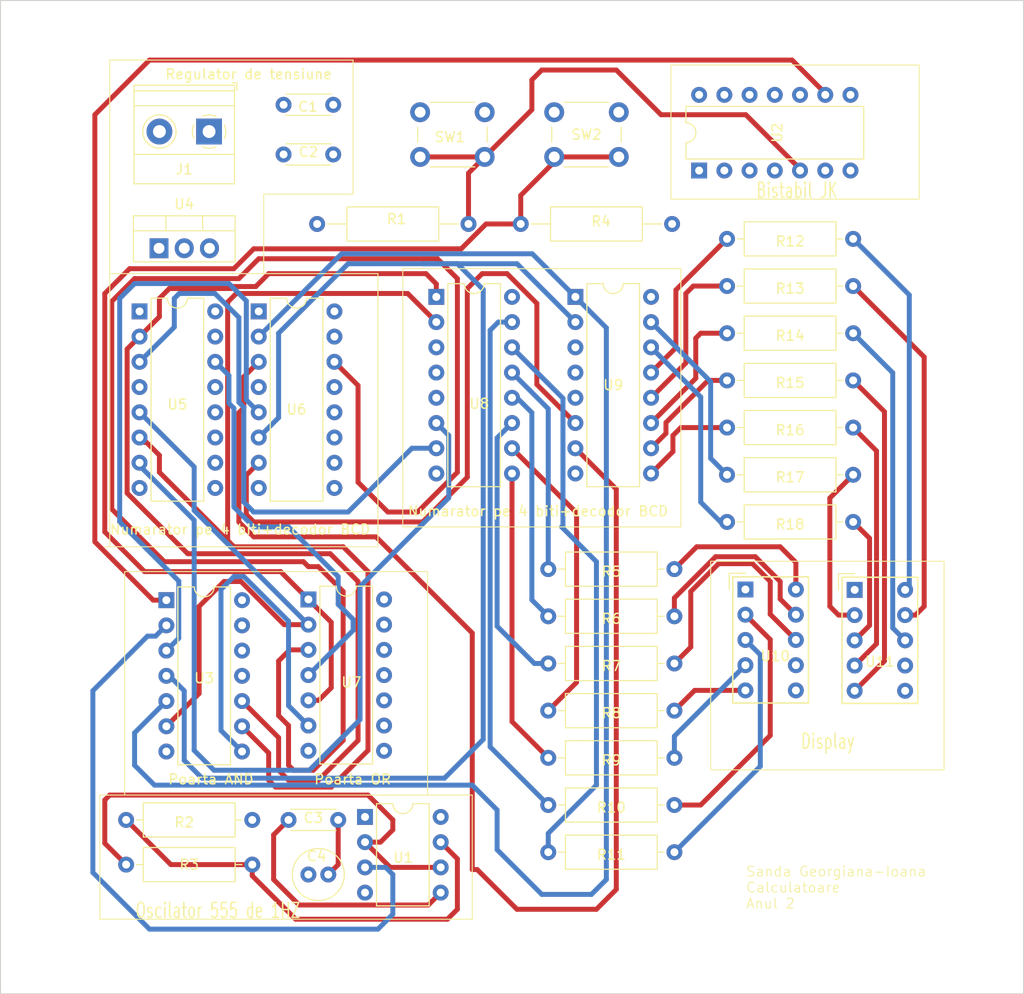
<source format=kicad_pcb>
(kicad_pcb (version 20240108) (generator "pcbnew") (generator_version "8.0")
  (layers (0 "F.Cu" signal) (1 "In1.Cu" power "VCC.Cu") (2 "In2.Cu" power "GND.Cu") (31 "B.Cu" signal) (34 "B.Paste" user) (35 "F.Paste" user) (36 "B.SilkS" user "B.Silkscreen") (37 "F.SilkS" user "F.Silkscreen") (38 "B.Mask" user) (39 "F.Mask" user) (44 "Edge.Cuts" user))
  (net 0 "")
  (net 1 "Net-(J1-Pin_1)")
  (net 2 "GND")
  (net 3 "+5V")
  (net 4 "Net-(C3-Pad2)")
  (net 5 "Net-(U1-CV)")
  (net 6 "Net-(U2A-C)")
  (net 7 "Net-(U1-DIS)")
  (net 8 "Net-(U1-THR)")
  (net 9 "Net-(R4-Pad1)")
  (net 10 "Net-(U8-Qg)")
  (net 11 "Net-(U10-G)")
  (net 12 "Net-(U8-Qa)")
  (net 13 "Net-(U10-A)")
  (net 14 "Net-(U10-B)")
  (net 15 "Net-(U8-Qb)")
  (net 16 "Net-(U8-Qc)")
  (net 17 "Net-(U10-C)")
  (net 18 "Net-(U10-D)")
  (net 19 "Net-(U8-Qd)")
  (net 20 "Net-(U10-E)")
  (net 21 "Net-(U8-Qe)")
  (net 22 "Net-(U10-F)")
  (net 23 "Net-(U8-Qf)")
  (net 24 "Net-(U11-A)")
  (net 25 "Net-(U9-Qa)")
  (net 26 "Net-(U9-Qb)")
  (net 27 "Net-(U11-B)")
  (net 28 "Net-(U11-C)")
  (net 29 "Net-(U9-Qc)")
  (net 30 "Net-(U11-D)")
  (net 31 "Net-(U9-Qd)")
  (net 32 "Net-(U9-Qe)")
  (net 33 "Net-(U11-E)")
  (net 34 "Net-(U9-Qf)")
  (net 35 "Net-(U11-F)")
  (net 36 "Net-(U11-G)")
  (net 37 "Net-(U9-Qg)")
  (net 38 "Net-(U1-Q)")
  (net 41 "Net-(U2A-Q)")
  (net 47 "Net-(U3-Pad8)")
  (net 48 "Net-(U6-QB)")
  (net 49 "Net-(U6-UP)")
  (net 51 "Net-(U5-QC)")
  (net 52 "Net-(U6-QC)")
  (net 53 "Net-(U5-QB)")
  (net 55 "Net-(U5-UP)")
  (net 57 "Net-(U5-QD)")
  (net 60 "Net-(U5-CLR)")
  (net 64 "Net-(U5-QA)")
  (net 68 "Net-(U6-CLR)")
  (net 71 "Net-(U6-QA)")
  (net 74 "Net-(U6-QD)")
  (footprint "Capacitor_THT:C_Disc_D4.3mm_W1.9mm_P5.00mm" (layer "F.Cu") (at 156.5 42.5)
    (property "Reference" "C1")
    (property "Value" "100n")
  )
  (footprint "Package_DIP:DIP-16_W7.62mm" (layer "F.Cu") (at 142 63.3)
    (property "Reference" "U5")
    (property "Value" "74LS193")
  )
  (footprint "Resistor_THT:R_Axial_DIN0309_L9.0mm_D3.2mm_P12.70mm_Horizontal" (layer "F.Cu") (at 201.15 84.5)
    (property "Reference" "R18")
    (property "Value" "300")
  )
  (footprint "Package_DIP:DIP-16_W7.62mm" (layer "F.Cu") (at 171.88 61.84)
    (property "Reference" "U8")
    (property "Value" "4511")
  )
  (footprint "Resistor_THT:R_Axial_DIN0309_L9.0mm_D3.2mm_P12.70mm_Horizontal" (layer "F.Cu") (at 201.15 65.5)
    (property "Reference" "R14")
    (property "Value" "300")
  )
  (footprint "Resistor_THT:R_Axial_DIN0309_L9.0mm_D3.2mm_P12.70mm_Horizontal" (layer "F.Cu") (at 183.15 89.25)
    (property "Reference" "R5")
    (property "Value" "300")
  )
  (footprint "Resistor_THT:R_Axial_DIN0309_L9.0mm_D3.2mm_P12.70mm_Horizontal" (layer "F.Cu") (at 183.15 103.5)
    (property "Reference" "R8")
    (property "Value" "300")
  )
  (footprint "Resistor_THT:R_Axial_DIN0309_L9.0mm_D3.2mm_P12.70mm_Horizontal" (layer "F.Cu") (at 201.15 60.75)
    (property "Reference" "R13")
    (property "Value" "300")
  )
  (footprint "Resistor_THT:R_Axial_DIN0309_L9.0mm_D3.2mm_P12.70mm_Horizontal" (layer "F.Cu") (at 183.15 94)
    (property "Reference" "R6")
    (property "Value" "300")
  )
  (footprint "Capacitor_THT:C_Radial_D5.0mm_H11.0mm_P2.00mm" (layer "F.Cu") (at 159 120)
    (property "Reference" "C4")
    (property "Value" "47u")
  )
  (footprint "Button_Switch_THT:SW_PUSH_6mm" (layer "F.Cu") (at 170.25 43.25)
    (property "Reference" "SW1")
    (property "Value" "SW_start/stop")
  )
  (footprint "Package_DIP:DIP-16_W7.62mm" (layer "F.Cu") (at 154 63.3)
    (property "Reference" "U6")
    (property "Value" "74LS193")
  )
  (footprint "Resistor_THT:R_Axial_DIN0309_L9.0mm_D3.2mm_P12.70mm_Horizontal" (layer "F.Cu") (at 201.15 70.25)
    (property "Reference" "R15")
    (property "Value" "300")
  )
  (footprint "Resistor_THT:R_Axial_DIN0309_L9.0mm_D3.2mm_P15.24mm_Horizontal" (layer "F.Cu") (at 159.88 54.5)
    (property "Reference" "R1")
    (property "Value" "1k")
  )
  (footprint "Display_7Segment:HDSP-7401" (layer "F.Cu") (at 214 91.34)
    (property "Reference" "U11")
    (property "Value" "HDSP-7403")
  )
  (footprint "Resistor_THT:R_Axial_DIN0309_L9.0mm_D3.2mm_P12.70mm_Horizontal" (layer "F.Cu") (at 183.15 113)
    (property "Reference" "R10")
    (property "Value" "300")
  )
  (footprint "Package_DIP:DIP-16_W7.62mm" (layer "F.Cu") (at 185.88 61.84)
    (property "Reference" "U9")
    (property "Value" "4511")
  )
  (footprint "Package_DIP:DIP-14_W7.62mm" (layer "F.Cu") (at 144.7 92.375)
    (property "Reference" "U3")
    (property "Value" "74LS08")
  )
  (footprint "Resistor_THT:R_Axial_DIN0309_L9.0mm_D3.2mm_P12.70mm_Horizontal" (layer "F.Cu") (at 183.15 117.75)
    (property "Reference" "R11")
    (property "Value" "300")
  )
  (footprint "Package_DIP:DIP-14_W7.62mm" (layer "F.Cu") (at 159 92.3)
    (property "Reference" "U7")
    (property "Value" "4071")
  )
  (footprint "Capacitor_THT:C_Disc_D4.3mm_W1.9mm_P5.00mm" (layer "F.Cu") (at 157 114.5)
    (property "Reference" "C3")
    (property "Value" "10n")
  )
  (footprint "Resistor_THT:R_Axial_DIN0309_L9.0mm_D3.2mm_P15.24mm_Horizontal" (layer "F.Cu") (at 180.38 54.5)
    (property "Reference" "R4")
    (property "Value" "1k")
  )
  (footprint "Resistor_THT:R_Axial_DIN0309_L9.0mm_D3.2mm_P12.70mm_Horizontal" (layer "F.Cu") (at 201.15 56)
    (property "Reference" "R12")
    (property "Value" "300")
  )
  (footprint "Resistor_THT:R_Axial_DIN0309_L9.0mm_D3.2mm_P12.70mm_Horizontal" (layer "F.Cu") (at 140.65 119)
    (property "Reference" "R3")
    (property "Value" "12k")
  )
  (footprint "Package_DIP:DIP-14_W7.62mm" (layer "F.Cu") (at 198.34 49.12 90)
    (property "Reference" "U2")
    (property "Value" "74LS73")
  )
  (footprint "Resistor_THT:R_Axial_DIN0309_L9.0mm_D3.2mm_P12.70mm_Horizontal" (layer "F.Cu") (at 201.15 79.75)
    (property "Reference" "R17")
    (property "Value" "300")
  )
  (footprint "Button_Switch_THT:SW_PUSH_6mm" (layer "F.Cu") (at 183.75 43.25)
    (property "Reference" "SW2")
    (property "Value" "SW_reset")
  )
  (footprint "TerminalBlock_Phoenix:TerminalBlock_Phoenix_MKDS-1,5-2_1x02_P5.00mm_Horizontal" (layer "F.Cu") (at 149 45.195 180)
    (property "Reference" "J1")
    (property "Value" "Screw_Terminal_01x02")
  )
  (footprint "Resistor_THT:R_Axial_DIN0309_L9.0mm_D3.2mm_P12.70mm_Horizontal" (layer "F.Cu") (at 183.15 108.25)
    (property "Reference" "R9")
    (property "Value" "300")
  )
  (footprint "Package_TO_SOT_THT:TO-220-3_Vertical" (layer "F.Cu") (at 143.96 56.945)
    (property "Reference" "U4")
    (property "Value" "L7805")
  )
  (footprint "Resistor_THT:R_Axial_DIN0309_L9.0mm_D3.2mm_P12.70mm_Horizontal" (layer "F.Cu") (at 140.65 114.5)
    (property "Reference" "R2")
    (property "Value" "10k")
  )
  (footprint "Capacitor_THT:C_Disc_D4.3mm_W1.9mm_P5.00mm" (layer "F.Cu") (at 156.5 47.5)
    (property "Reference" "C2")
    (property "Value" "100n")
  )
  (footprint "Display_7Segment:HDSP-7401" (layer "F.Cu") (at 203 91.3)
    (property "Reference" "U10")
    (property "Value" "HDSP-7403")
  )
  (footprint "Resistor_THT:R_Axial_DIN0309_L9.0mm_D3.2mm_P12.70mm_Horizontal" (layer "F.Cu") (at 183.15 98.75)
    (property "Reference" "R7")
    (property "Value" "300")
  )
  (footprint "Package_DIP:DIP-8_W7.62mm" (layer "F.Cu") (at 164.7 114.2)
    (property "Reference" "U1")
    (property "Value" "NE555D")
  )
  (footprint "Resistor_THT:R_Axial_DIN0309_L9.0mm_D3.2mm_P12.70mm_Horizontal" (layer "F.Cu") (at 201.15 75)
    (property "Reference" "R16")
    (property "Value" "300")
  )
  (gr_rect (start 168.5 59) (end 196.5 85) (stroke (width 0.1)) (fill none) (layer "F.SilkS"))
  (gr_line (start 163.5 38) (end 163.5 51.5) (stroke (width 0.1)) (layer "F.SilkS"))
  (gr_line (start 139 87) (end 139 59.5) (stroke (width 0.1)) (layer "F.SilkS"))
  (gr_line (start 164.5 59.5) (end 166 59.5) (stroke (width 0.1)) (layer "F.SilkS"))
  (gr_line (start 138 112) (end 138 124.5) (stroke (width 0.1)) (layer "F.SilkS"))
  (gr_rect (start 195.5 38.5) (end 220.5 52) (stroke (width 0.1)) (fill none) (layer "F.SilkS"))
  (gr_line (start 138 124.5) (end 175.5 124.5) (stroke (width 0.1)) (layer "F.SilkS"))
  (gr_rect (start 199.5 88.46) (end 223 109.46) (stroke (width 0.1)) (fill none) (layer "F.SilkS"))
  (gr_line (start 154.5 51.5) (end 154.5 59.5) (stroke (width 0.1)) (layer "F.SilkS"))
  (gr_line (start 154.5 59.5) (end 139 59.5) (stroke (width 0.1)) (layer "F.SilkS"))
  (gr_line (start 139 38) (end 139.5 38) (stroke (width 0.1)) (layer "F.SilkS"))
  (gr_line (start 139 59.5) (end 139 38) (stroke (width 0.1)) (layer "F.SilkS"))
  (gr_rect (start 140.5 89.5) (end 171 112) (stroke (width 0.1)) (fill none) (layer "F.SilkS"))
  (gr_line (start 163.5 51.5) (end 154.5 51.5) (stroke (width 0.1)) (layer "F.SilkS"))
  (gr_line (start 154.5 59.5) (end 164.5 59.5) (stroke (width 0.1)) (layer "F.SilkS"))
  (gr_line (start 140.5 112) (end 138 112) (stroke (width 0.1)) (layer "F.SilkS"))
  (gr_line (start 166 59.5) (end 166 87) (stroke (width 0.1)) (layer "F.SilkS"))
  (gr_line (start 175.5 112) (end 171 112) (stroke (width 0.1)) (layer "F.SilkS"))
  (gr_line (start 139.5 38) (end 163.5 38) (stroke (width 0.1)) (layer "F.SilkS"))
  (gr_line (start 166 87) (end 138.5 87) (stroke (width 0.1)) (layer "F.SilkS"))
  (gr_line (start 175.5 124.5) (end 175.5 112) (stroke (width 0.1)) (layer "F.SilkS"))
  (gr_rect (start 128 32) (end 231 132) (stroke (width 0.1)) (fill none) (layer "Edge.Cuts"))
  (gr_text "Oscilator 555 de 1HZ" (at 141.5 124.5 0) (layer "F.SilkS") (effects (font (size 1.5 1)) (justify left bottom)))
  (gr_text "Regulator de tensiune" (at 144.5 40 0) (layer "F.SilkS") (effects (font (size 1 1)) (justify left bottom)))
  (gr_text "Bistabil JK" (at 204 52 0) (layer "F.SilkS") (effects (font (size 1.5 1)) (justify left bottom)))
  (gr_text "Display" (at 208.5 107.46 0) (layer "F.SilkS") (effects (font (size 1.5 1)) (justify left bottom)))
  (gr_text "Poarta OR" (at 159.5 111 0) (layer "F.SilkS") (effects (font (size 1 1)) (justify left bottom)))
  (gr_text "Numarator pe 4 biti+decodor BCD" (at 138.93 85.845 0) (layer "F.SilkS") (effects (font (size 1 1)) (justify left bottom)))
  (gr_text "Poarta AND" (at 144.8 111 0) (layer "F.SilkS") (effects (font (size 1 1)) (justify left bottom)))
  (gr_text "Numarator pe 4 biti+decodor BCD" (at 168.93 84 0) (layer "F.SilkS") (effects (font (size 1 1)) (justify left bottom)))
  (gr_text "Sanda Georgiana-Ioana\nCalculatoare\nAnul 2\n" (at 203 123.5 0) (layer "F.SilkS") (effects (font (size 1 1) (thickness 0.1)) (justify left bottom)))
  (segment (start 162 114.5) (end 162 119) (width 0.5) (layer "F.Cu") (net 4))
  (segment (start 162 119) (end 161 120) (width 0.5) (layer "F.Cu") (net 4))
  (segment (start 171.07 123.07) (end 158.07 123.07) (width 0.5) (layer "F.Cu") (net 5))
  (segment (start 155.5 120.5) (end 155.5 116) (width 0.5) (layer "F.Cu") (net 5))
  (segment (start 155.5 116) (end 157 114.5) (width 0.5) (layer "F.Cu") (net 5))
  (segment (start 158.07 123.07) (end 155.5 120.5) (width 0.5) (layer "F.Cu") (net 5))
  (segment (start 172.32 121.82) (end 171.07 123.07) (width 0.5) (layer "F.Cu") (net 5))
  (segment (start 176.75 47.75) (end 181.5 43) (width 0.5) (layer "F.Cu") (net 6))
  (segment (start 190 39) (end 194.5 43.5) (width 0.5) (layer "F.Cu") (net 6))
  (segment (start 181.5 43) (end 181.5 40) (width 0.5) (layer "F.Cu") (net 6))
  (segment (start 182.5 39) (end 190 39) (width 0.5) (layer "F.Cu") (net 6))
  (segment (start 181.5 40) (end 182.5 39) (width 0.5) (layer "F.Cu") (net 6))
  (segment (start 176.75 47.75) (end 175.12 49.38) (width 0.5) (layer "F.Cu") (net 6))
  (segment (start 170.25 47.75) (end 176.75 47.75) (width 0.5) (layer "F.Cu") (net 6))
  (segment (start 203.04 43.5) (end 208.66 49.12) (width 0.5) (layer "F.Cu") (net 6))
  (segment (start 175.12 49.38) (end 175.12 54.5) (width 0.5) (layer "F.Cu") (net 6))
  (segment (start 194.5 43.5) (end 203.04 43.5) (width 0.5) (layer "F.Cu") (net 6))
  (segment (start 174 118.42) (end 174 123.5) (width 0.5) (layer "F.Cu") (net 7))
  (segment (start 173 124.5) (end 157.71863 124.5) (width 0.5) (layer "F.Cu") (net 7))
  (segment (start 157.71863 124.5) (end 153.35 120.13137) (width 0.5) (layer "F.Cu") (net 7))
  (segment (start 153.35 120.13137) (end 153.35 119) (width 0.5) (layer "F.Cu") (net 7))
  (segment (start 172.32 116.74) (end 174 118.42) (width 0.5) (layer "F.Cu") (net 7))
  (segment (start 145.15 119) (end 140.65 114.5) (width 0.5) (layer "F.Cu") (net 7))
  (segment (start 174 123.5) (end 173 124.5) (width 0.5) (layer "F.Cu") (net 7))
  (segment (start 153.35 119) (end 145.15 119) (width 0.5) (layer "F.Cu") (net 7))
  (segment (start 138.5 112.5) (end 138.5 116.85) (width 0.5) (layer "F.Cu") (net 8))
  (segment (start 138.5 116.85) (end 140.65 119) (width 0.5) (layer "F.Cu") (net 8))
  (segment (start 166.26 116.74) (end 167.5 115.5) (width 0.5) (layer "F.Cu") (net 8))
  (segment (start 164.7 116.74) (end 166.26 116.74) (width 0.5) (layer "F.Cu") (net 8))
  (segment (start 167.5 114.5) (end 165 112) (width 0.5) (layer "F.Cu") (net 8))
  (segment (start 172.32 119.28) (end 167.24 119.28) (width 0.5) (layer "F.Cu") (net 8))
  (segment (start 167.24 119.28) (end 164.7 116.74) (width 0.5) (layer "F.Cu") (net 8))
  (segment (start 165 112) (end 139 112) (width 0.5) (layer "F.Cu") (net 8))
  (segment (start 167.5 115.5) (end 167.5 114.5) (width 0.5) (layer "F.Cu") (net 8))
  (segment (start 139 112) (end 138.5 112.5) (width 0.5) (layer "F.Cu") (net 8))
  (segment (start 176.887767 54.5) (end 174.387767 57) (width 0.5) (layer "F.Cu") (net 9))
  (segment (start 142.5 89.5) (end 156.2 89.5) (width 0.5) (layer "F.Cu") (net 9))
  (segment (start 156.2 89.5) (end 159 92.3) (width 0.5) (layer "F.Cu") (net 9))
  (segment (start 183.75 48.25) (end 180.38 51.62) (width 0.5) (layer "F.Cu") (net 9))
  (segment (start 151.5 59) (end 141 59) (width 0.5) (layer "F.Cu") (net 9))
  (segment (start 138.5 61.5) (end 138.5 85.5) (width 0.5) (layer "F.Cu") (net 9))
  (segment (start 161.3 94.6) (end 161.3 101.2) (width 0.5) (layer "F.Cu") (net 9))
  (segment (start 180.38 54.5) (end 176.887767 54.5) (width 0.5) (layer "F.Cu") (net 9))
  (segment (start 159 92.3) (end 161.3 94.6) (width 0.5) (layer "F.Cu") (net 9))
  (segment (start 174.387767 57) (end 153.5 57) (width 0.5) (layer "F.Cu") (net 9))
  (segment (start 183.75 47.75) (end 183.75 48.25) (width 0.5) (layer "F.Cu") (net 9))
  (segment (start 180.38 51.62) (end 180.38 54.5) (width 0.5) (layer "F.Cu") (net 9))
  (segment (start 138.5 85.5) (end 142.5 89.5) (width 0.5) (layer "F.Cu") (net 9))
  (segment (start 183.75 47.75) (end 190.25 47.75) (width 0.5) (layer "F.Cu") (net 9))
  (segment (start 141 59) (end 138.5 61.5) (width 0.5) (layer "F.Cu") (net 9))
  (segment (start 153.5 57) (end 151.5 59) (width 0.5) (layer "F.Cu") (net 9))
  (segment (start 160.04 102.46) (end 159 102.46) (width 0.5) (layer "F.Cu") (net 9))
  (segment (start 161.3 101.2) (end 160.04 102.46) (width 0.5) (layer "F.Cu") (net 9))
  (segment (start 188 88.5) (end 188 111) (width 0.5) (layer "B.Cu") (net 10))
  (segment (start 184.63 72.05) (end 184.63 84.87) (width 0.5) (layer "B.Cu") (net 10))
  (segment (start 179.5 66.92) (end 184.63 72.05) (width 0.5) (layer "B.Cu") (net 10))
  (segment (start 184.5 85) (end 188 88.5) (width 0.5) (layer "B.Cu") (net 10))
  (segment (start 184.63 84.87) (end 184.5 85) (width 0.5) (layer "B.Cu") (net 10))
  (segment (start 188 111) (end 183.15 115.85) (width 0.5) (layer "B.Cu") (net 10))
  (segment (start 183.15 115.85) (end 183.15 117.75) (width 0.5) (layer "B.Cu") (net 10))
  (segment (start 204.5 97.88) (end 204.5 109.1) (width 0.5) (layer "B.Cu") (net 11))
  (segment (start 203 96.38) (end 204.5 97.88) (width 0.5) (layer "B.Cu") (net 11))
  (segment (start 204.5 109.1) (end 195.85 117.75) (width 0.5) (layer "B.Cu") (net 11))
  (segment (start 183.15 89.25) (end 183.15 73.11) (width 0.5) (layer "B.Cu") (net 12))
  (segment (start 183.15 73.11) (end 179.5 69.46) (width 0.5) (layer "B.Cu") (net 12))
  (segment (start 206.5 87) (end 198.1 87) (width 0.5) (layer "F.Cu") (net 13))
  (segment (start 208.08 88.58) (end 206.5 87) (width 0.5) (layer "F.Cu") (net 13))
  (segment (start 208.08 91.3) (end 208.08 88.58) (width 0.5) (layer "F.Cu") (net 13))
  (segment (start 198.1 87) (end 195.85 89.25) (width 0.5) (layer "F.Cu") (net 13))
  (segment (start 195.85 92.15) (end 195.85 94) (width 0.5) (layer "F.Cu") (net 14))
  (segment (start 206.5 90.5) (end 204 88) (width 0.5) (layer "F.Cu") (net 14))
  (segment (start 200 88) (end 195.85 92.15) (width 0.5) (layer "F.Cu") (net 14))
  (segment (start 208.08 93.84) (end 206.5 92.26) (width 0.5) (layer "F.Cu") (net 14))
  (segment (start 204 88) (end 200 88) (width 0.5) (layer "F.Cu") (net 14))
  (segment (start 206.5 92.26) (end 206.5 90.5) (width 0.5) (layer "F.Cu") (net 14))
  (segment (start 181.5 73.5) (end 180 72) (width 0.5) (layer "B.Cu") (net 15))
  (segment (start 180 72) (end 179.5 72) (width 0.5) (layer "B.Cu") (net 15))
  (segment (start 183.15 94) (end 181.5 92.35) (width 0.5) (layer "B.Cu") (net 15))
  (segment (start 181.5 73.5) (end 181.5 92.35) (width 0.5) (layer "B.Cu") (net 15))
  (segment (start 178 76.04) (end 178 95) (width 0.5) (layer "B.Cu") (net 16))
  (segment (start 181.75 98.75) (end 183.15 98.75) (width 0.5) (layer "B.Cu") (net 16))
  (segment (start 179.5 74.54) (end 178 76.04) (width 0.5) (layer "B.Cu") (net 16))
  (segment (start 178 95) (end 181.75 98.75) (width 0.5) (layer "B.Cu") (net 16))
  (segment (start 200.3 88.7) (end 197.5 91.5) (width 0.5) (layer "F.Cu") (net 17))
  (segment (start 205.5 93.8) (end 205.5 90.48995) (width 0.5) (layer "F.Cu") (net 17))
  (segment (start 205.5 90.48995) (end 203.71005 88.7) (width 0.5) (layer "F.Cu") (net 17))
  (segment (start 203.71005 88.7) (end 200.3 88.7) (width 0.5) (layer "F.Cu") (net 17))
  (segment (start 197.5 91.5) (end 197.5 97.1) (width 0.5) (layer "F.Cu") (net 17))
  (segment (start 208.08 96.38) (end 205.5 93.8) (width 0.5) (layer "F.Cu") (net 17))
  (segment (start 197.5 97.1) (end 195.85 98.75) (width 0.5) (layer "F.Cu") (net 17))
  (segment (start 203 101.46) (end 197.89 101.46) (width 0.5) (layer "F.Cu") (net 18))
  (segment (start 197.89 101.46) (end 195.85 103.5) (width 0.5) (layer "F.Cu") (net 18))
  (segment (start 179.5 77.08) (end 186 83.58) (width 0.5) (layer "F.Cu") (net 19))
  (segment (start 186 100.65) (end 183.15 103.5) (width 0.5) (layer "F.Cu") (net 19))
  (segment (start 186 83.58) (end 186 100.65) (width 0.5) (layer "F.Cu") (net 19))
  (segment (start 203 98.92) (end 195.85 106.07) (width 0.5) (layer "B.Cu") (net 20))
  (segment (start 195.85 106.07) (end 195.85 108.25) (width 0.5) (layer "B.Cu") (net 20))
  (segment (start 179.5 79.62) (end 179.5 104.6) (width 0.5) (layer "F.Cu") (net 21))
  (segment (start 179.5 104.6) (end 183.15 108.25) (width 0.5) (layer "F.Cu") (net 21))
  (segment (start 205.5 96.34) (end 205.5 106) (width 0.5) (layer "F.Cu") (net 22))
  (segment (start 203 93.84) (end 205.5 96.34) (width 0.5) (layer "F.Cu") (net 22))
  (segment (start 198.5 113) (end 195.85 113) (width 0.5) (layer "F.Cu") (net 22))
  (segment (start 205.5 106) (end 198.5 113) (width 0.5) (layer "F.Cu") (net 22))
  (segment (start 177.3 107.15) (end 183.15 113) (width 0.5) (layer "B.Cu") (net 23))
  (segment (start 177.3 65.2) (end 177.3 107.15) (width 0.5) (layer "B.Cu") (net 23))
  (segment (start 179.5 64.38) (end 178.12 64.38) (width 0.5) (layer "B.Cu") (net 23))
  (segment (start 178.12 64.38) (end 177.3 65.2) (width 0.5) (layer "B.Cu") (net 23))
  (segment (start 219.5 90.92) (end 219.08 91.34) (width 0.5) (layer "B.Cu") (net 24))
  (segment (start 213.85 56) (end 219.5 61.65) (width 0.5) (layer "B.Cu") (net 24))
  (segment (start 219.5 61.65) (end 219.5 90.92) (width 0.5) (layer "B.Cu") (net 24))
  (segment (start 196 61.15) (end 196 66.96) (width 0.5) (layer "F.Cu") (net 25))
  (segment (start 196 66.96) (end 193.5 69.46) (width 0.5) (layer "F.Cu") (net 25))
  (segment (start 201.15 56) (end 196 61.15) (width 0.5) (layer "F.Cu") (net 25))
  (segment (start 197.75 60.75) (end 197 61.5) (width 0.5) (layer "F.Cu") (net 26))
  (segment (start 197 68.5) (end 193.5 72) (width 0.5) (layer "F.Cu") (net 26))
  (segment (start 201.15 60.75) (end 197.75 60.75) (width 0.5) (layer "F.Cu") (net 26))
  (segment (start 197 61.5) (end 197 68.5) (width 0.5) (layer "F.Cu") (net 26))
  (segment (start 221 93) (end 220.12 93.88) (width 0.5) (layer "F.Cu") (net 27))
  (segment (start 213.85 60.75) (end 221 67.9) (width 0.5) (layer "F.Cu") (net 27))
  (segment (start 221 67.9) (end 221 93) (width 0.5) (layer "F.Cu") (net 27))
  (segment (start 220.12 93.88) (end 219.08 93.88) (width 0.5) (layer "F.Cu") (net 27))
  (segment (start 217.83 69.48) (end 217.83 95.17) (width 0.5) (layer "B.Cu") (net 28))
  (segment (start 217.83 95.17) (end 219.08 96.42) (width 0.5) (layer "B.Cu") (net 28))
  (segment (start 213.85 65.5) (end 217.83 69.48) (width 0.5) (layer "B.Cu") (net 28))
  (segment (start 198 66) (end 198 70.04) (width 0.5) (layer "F.Cu") (net 29))
  (segment (start 201.15 65.5) (end 198.5 65.5) (width 0.5) (layer "F.Cu") (net 29))
  (segment (start 198.5 65.5) (end 198 66) (width 0.5) (layer "F.Cu") (net 29))
  (segment (start 198 70.04) (end 193.5 74.54) (width 0.5) (layer "F.Cu") (net 29))
  (segment (start 217 73.4) (end 217 98.5) (width 0.5) (layer "F.Cu") (net 30))
  (segment (start 217 98.5) (end 214 101.5) (width 0.5) (layer "F.Cu") (net 30))
  (segment (start 213.85 70.25) (end 217 73.4) (width 0.5) (layer "F.Cu") (net 30))
  (segment (start 195 74.5) (end 195 75.58) (width 0.5) (layer "F.Cu") (net 31))
  (segment (start 201.15 70.25) (end 199.25 70.25) (width 0.5) (layer "F.Cu") (net 31))
  (segment (start 199.25 70.25) (end 195 74.5) (width 0.5) (layer "F.Cu") (net 31))
  (segment (start 195 75.58) (end 193.5 77.08) (width 0.5) (layer "F.Cu") (net 31))
  (segment (start 195.7 77.42) (end 193.5 79.62) (width 0.5) (layer "F.Cu") (net 32))
  (segment (start 195.7 75.8) (end 195.7 77.42) (width 0.5) (layer "F.Cu") (net 32))
  (segment (start 201.15 75) (end 196.5 75) (width 0.5) (layer "F.Cu") (net 32))
  (segment (start 196.5 75) (end 195.7 75.8) (width 0.5) (layer "F.Cu") (net 32))
  (segment (start 216.2 77.35) (end 216.2 96.76) (width 0.5) (layer "F.Cu") (net 33))
  (segment (start 216.2 96.76) (end 214 98.96) (width 0.5) (layer "F.Cu") (net 33))
  (segment (start 213.85 75) (end 216.2 77.35) (width 0.5) (layer "F.Cu") (net 33))
  (segment (start 193.5 64.38) (end 199.5 70.38) (width 0.5) (layer "B.Cu") (net 34))
  (segment (start 199.5 70.38) (end 199.5 78.1) (width 0.5) (layer "B.Cu") (net 34))
  (segment (start 199.5 78.1) (end 201.15 79.75) (width 0.5) (layer "B.Cu") (net 34))
  (segment (start 213.85 79.75) (end 211.5 82.1) (width 0.5) (layer "F.Cu") (net 35))
  (segment (start 212.38 93.88) (end 214 93.88) (width 0.5) (layer "F.Cu") (net 35))
  (segment (start 211.5 82.1) (end 211.5 93) (width 0.5) (layer "F.Cu") (net 35))
  (segment (start 211.5 93) (end 212.38 93.88) (width 0.5) (layer "F.Cu") (net 35))
  (segment (start 213.85 84.5) (end 215.5 86.15) (width 0.5) (layer "F.Cu") (net 36))
  (segment (start 215.5 86.15) (end 215.5 94.92) (width 0.5) (layer "F.Cu") (net 36))
  (segment (start 215.5 94.92) (end 214 96.42) (width 0.5) (layer "F.Cu") (net 36))
  (segment (start 198.5 71.92) (end 198.5 82.5) (width 0.5) (layer "B.Cu") (net 37))
  (segment (start 200.5 84.5) (end 201.15 84.5) (width 0.5) (layer "B.Cu") (net 37))
  (segment (start 198.5 82.5) (end 200.5 84.5) (width 0.5) (layer "B.Cu") (net 37))
  (segment (start 193.5 66.92) (end 198.5 71.92) (width 0.5) (layer "B.Cu") (net 37))
  (segment (start 143 125.5) (end 137.3 119.8) (width 0.5) (layer "B.Cu") (net 38))
  (segment (start 164.7 119.28) (end 166.78 119.28) (width 0.5) (layer "B.Cu") (net 38))
  (segment (start 167.5 120) (end 167.5 124) (width 0.5) (layer "B.Cu") (net 38))
  (segment (start 137.3 101.5) (end 142.8 96) (width 0.5) (layer "B.Cu") (net 38))
  (segment (start 143.615 96) (end 144.7 94.915) (width 0.5) (layer "B.Cu") (net 38))
  (segment (start 166 125.5) (end 143 125.5) (width 0.5) (layer "B.Cu") (net 38))
  (segment (start 167.5 124) (end 166 125.5) (width 0.5) (layer "B.Cu") (net 38))
  (segment (start 166.78 119.28) (end 167.5 120) (width 0.5) (layer "B.Cu") (net 38))
  (segment (start 142.8 96) (end 143.615 96) (width 0.5) (layer "B.Cu") (net 38))
  (segment (start 137.3 119.8) (end 137.3 101.5) (width 0.5) (layer "B.Cu") (net 38))
  (segment (start 137.5 86.5) (end 143.375 92.375) (width 0.5) (layer "F.Cu") (net 41))
  (segment (start 137.5 43.5) (end 137.5 86.5) (width 0.5) (layer "F.Cu") (net 41))
  (segment (start 143 38) (end 137.5 43.5) (width 0.5) (layer "F.Cu") (net 41))
  (segment (start 143.375 92.375) (end 144.7 92.375) (width 0.5) (layer "F.Cu") (net 41))
  (segment (start 207.7 38) (end 143 38) (width 0.5) (layer "F.Cu") (net 41))
  (segment (start 211.2 41.5) (end 207.7 38) (width 0.5) (layer "F.Cu") (net 41))
  (segment (start 152.5 90) (end 157 94.5) (width 0.5) (layer "B.Cu") (net 47))
  (segment (start 150.2 105.495) (end 150.2 91.3) (width 0.5) (layer "B.Cu") (net 47))
  (segment (start 157 94.5) (end 157 103) (width 0.5) (layer "B.Cu") (net 47))
  (segment (start 157 103) (end 159 105) (width 0.5) (layer "B.Cu") (net 47))
  (segment (start 151.5 90) (end 152.5 90) (width 0.5) (layer "B.Cu") (net 47))
  (segment (start 152.32 107.615) (end 150.2 105.495) (width 0.5) (layer "B.Cu") (net 47))
  (segment (start 150.2 91.3) (end 151.5 90) (width 0.5) (layer "B.Cu") (net 47))
  (segment (start 141.5 109) (end 143.5 111) (width 0.5) (layer "B.Cu") (net 48))
  (segment (start 175.5 111) (end 178 113.5) (width 0.5) (layer "B.Cu") (net 48))
  (segment (start 185.88 61.84) (end 181.54 57.5) (width 0.5) (layer "B.Cu") (net 48))
  (segment (start 189 120.5) (end 189 64.96) (width 0.5) (layer "B.Cu") (net 48))
  (segment (start 178 117.5) (end 182.5 122) (width 0.5) (layer "B.Cu") (net 48))
  (segment (start 144.7 102.535) (end 141.5 105.735) (width 0.5) (layer "B.Cu") (net 48))
  (segment (start 187.5 122) (end 189 120.5) (width 0.5) (layer "B.Cu") (net 48))
  (segment (start 189 64.96) (end 185.88 61.84) (width 0.5) (layer "B.Cu") (net 48))
  (segment (start 162.34 57.5) (end 154 65.84) (width 0.5) (layer "B.Cu") (net 48))
  (segment (start 178 113.5) (end 178 117.5) (width 0.5) (layer "B.Cu") (net 48))
  (segment (start 143.5 111) (end 175.5 111) (width 0.5) (layer "B.Cu") (net 48))
  (segment (start 182.5 122) (end 187.5 122) (width 0.5) (layer "B.Cu") (net 48))
  (segment (start 181.54 57.5) (end 162.34 57.5) (width 0.5) (layer "B.Cu") (net 48))
  (segment (start 141.5 105.735) (end 141.5 109) (width 0.5) (layer "B.Cu") (net 48))
  (segment (start 144.7 97.455) (end 145.95 96.205) (width 0.5) (layer "B.Cu") (net 49))
  (segment (start 152.75 62.25) (end 152.75 72.21) (width 0.5) (layer "B.Cu") (net 49))
  (segment (start 140 84.5) (end 140 62) (width 0.5) (layer "B.Cu") (net 49))
  (segment (start 152.75 72.21) (end 154 73.46) (width 0.5) (layer "B.Cu") (net 49))
  (segment (start 145.95 96.205) (end 145.95 90.45) (width 0.5) (layer "B.Cu") (net 49))
  (segment (start 145.95 90.45) (end 140 84.5) (width 0.5) (layer "B.Cu") (net 49))
  (segment (start 140 62) (end 141.5 60.5) (width 0.5) (layer "B.Cu") (net 49))
  (segment (start 141.5 60.5) (end 151 60.5) (width 0.5) (layer "B.Cu") (net 49))
  (segment (start 151 60.5) (end 152.75 62.25) (width 0.5) (layer "B.Cu") (net 49))
  (segment (start 155 107.755) (end 152.32 105.075) (width 0.5) (layer "F.Cu") (net 51))
  (segment (start 169 61.5) (end 151.74 61.5) (width 0.5) (layer "F.Cu") (net 51))
  (segment (start 171.88 64.38) (end 169 61.5) (width 0.5) (layer "F.Cu") (net 51))
  (segment (start 155 110.5) (end 155 107.755) (width 0.5) (layer "F.Cu") (net 51))
  (segment (start 151.74 61.5) (end 150.87 62.37) (width 0.5) (layer "F.Cu") (net 51))
  (segment (start 155.7 111.2) (end 155 110.5) (width 0.5) (layer "F.Cu") (net 51))
  (segment (start 144 79.5) (end 151 86.5) (width 0.5) (layer "F.Cu") (net 51))
  (segment (start 142.5 76.5) (end 142 76) (width 0.5) (layer "F.Cu") (net 51))
  (segment (start 162.5 87) (end 165 89.5) (width 0.5) (layer "F.Cu") (net 51))
  (segment (start 150.87 86.37) (end 151 86.5) (width 0.5) (layer "F.Cu") (net 51))
  (segment (start 142 76) (end 142.21 76) (width 0.5) (layer "F.Cu") (net 51))
  (segment (start 151 86.5) (end 151.5 87) (width 0.5) (layer "F.Cu") (net 51))
  (segment (start 144 77.79) (end 144 79.5) (width 0.5) (layer "F.Cu") (net 51))
  (segment (start 151.5 87) (end 162.5 87) (width 0.5) (layer "F.Cu") (net 51))
  (segment (start 161.3 111.2) (end 155.7 111.2) (width 0.5) (layer "F.Cu") (net 51))
  (segment (start 165 89.5) (end 165 107.5) (width 0.5) (layer "F.Cu") (net 51))
  (segment (start 150.87 62.37) (end 150.87 86.37) (width 0.5) (layer "F.Cu") (net 51))
  (segment (start 165 107.5) (end 161.3 111.2) (width 0.5) (layer "F.Cu") (net 51))
  (segment (start 142.21 76) (end 144 77.79) (width 0.5) (layer "F.Cu") (net 51))
  (segment (start 185.88 64.38) (end 180 58.5) (width 0.5) (layer "B.Cu") (net 52))
  (segment (start 170.5 58.5) (end 163 58.5) (width 0.5) (layer "B.Cu") (net 52))
  (segment (start 180 58.5) (end 170.5 58.5) (width 0.5) (layer "B.Cu") (net 52))
  (segment (start 144.995 99.995) (end 146.5 101.5) (width 0.5) (layer "B.Cu") (net 52))
  (segment (start 174 58.5) (end 170.5 58.5) (width 0.5) (layer "B.Cu") (net 52))
  (segment (start 146.5 101.5) (end 146.5 108.5) (width 0.5) (layer "B.Cu") (net 52))
  (segment (start 163 58.5) (end 156 65.5) (width 0.5) (layer "B.Cu") (net 52))
  (segment (start 176.6 106.4) (end 176.6 61.1) (width 0.5) (layer "B.Cu") (net 52))
  (segment (start 176.6 61.1) (end 174 58.5) (width 0.5) (layer "B.Cu") (net 52))
  (segment (start 148.3 110.3) (end 172.7 110.3) (width 0.5) (layer "B.Cu") (net 52))
  (segment (start 144.7 99.995) (end 144.995 99.995) (width 0.5) (layer "B.Cu") (net 52))
  (segment (start 156 65.5) (end 156 74) (width 0.5) (layer "B.Cu") (net 52))
  (segment (start 146.5 108.5) (end 148.3 110.3) (width 0.5) (layer "B.Cu") (net 52))
  (segment (start 172.7 110.3) (end 176.6 106.4) (width 0.5) (layer "B.Cu") (net 52))
  (segment (start 156 74) (end 154 76) (width 0.5) (layer "B.Cu") (net 52))
  (segment (start 140.75 81.597767) (end 146.852233 87.7) (width 0.5) (layer "F.Cu") (net 53))
  (segment (start 142 65.84) (end 140.75 67.09) (width 0.5) (layer "F.Cu") (net 53))
  (segment (start 153.7 60.8) (end 151.450051 60.8) (width 0.5) (layer "F.Cu") (net 53))
  (segment (start 144 63.84) (end 142 65.84) (width 0.5) (layer "F.Cu") (net 53))
  (segment (start 156 106.215) (end 152.32 102.535) (width 0.5) (layer "F.Cu") (net 53))
  (segment (start 146.852233 87.7) (end 161.2 87.7) (width 0.5) (layer "F.Cu") (net 53))
  (segment (start 156 109.5) (end 156 106.215) (width 0.5) (layer "F.Cu") (net 53))
  (segment (start 170.84 59.5) (end 155 59.5) (width 0.5) (layer "F.Cu") (net 53))
  (segment (start 171.88 60.54) (end 170.84 59.5) (width 0.5) (layer "F.Cu") (net 53))
  (segment (start 164 90.5) (end 164 106.5) (width 0.5) (layer "F.Cu") (net 53))
  (segment (start 145 61) (end 144 62) (width 0.5) (layer "F.Cu") (net 53))
  (segment (start 161.2 87.7) (end 164 90.5) (width 0.5) (layer "F.Cu") (net 53))
  (segment (start 164 106.5) (end 160 110.5) (width 0.5) (layer "F.Cu") (net 53))
  (segment (start 144 62) (end 144 63.84) (width 0.5) (layer "F.Cu") (net 53))
  (segment (start 151.250051 61) (end 145 61) (width 0.5) (layer "F.Cu") (net 53))
  (segment (start 157 110.5) (end 156 109.5) (width 0.5) (layer "F.Cu") (net 53))
  (segment (start 155 59.5) (end 153.7 60.8) (width 0.5) (layer "F.Cu") (net 53))
  (segment (start 140.75 67.09) (end 140.75 81.597767) (width 0.5) (layer "F.Cu") (net 53))
  (segment (start 151.450051 60.8) (end 151.250051 61) (width 0.5) (layer "F.Cu") (net 53))
  (segment (start 160 110.5) (end 157 110.5) (width 0.5) (layer "F.Cu") (net 53))
  (segment (start 171.88 61.84) (end 171.88 60.54) (width 0.5) (layer "F.Cu") (net 53))
  (segment (start 152.212767 90.5) (end 156.552767 94.84) (width 0.5) (layer "F.Cu") (net 55))
  (segment (start 148 101.775) (end 148 93) (width 0.5) (layer "F.Cu") (net 55))
  (segment (start 144.7 105.075) (end 148 101.775) (width 0.5) (layer "F.Cu") (net 55))
  (segment (start 156.552767 94.84) (end 159 94.84) (width 0.5) (layer "F.Cu") (net 55))
  (segment (start 148 93) (end 150.5 90.5) (width 0.5) (layer "F.Cu") (net 55))
  (segment (start 150.5 90.5) (end 152.212767 90.5) (width 0.5) (layer "F.Cu") (net 55))
  (segment (start 147.5 78.96) (end 147.5 83.34) (width 0.5) (layer "B.Cu") (net 55))
  (segment (start 142 73.46) (end 147.5 78.96) (width 0.5) (layer "B.Cu") (net 55))
  (segment (start 147.5 83.34) (end 159 94.84) (width 0.5) (layer "B.Cu") (net 55))
  (segment (start 164.2 104.4) (end 159.1 109.5) (width 0.5) (layer "B.Cu") (net 57))
  (segment (start 149.5 109.5) (end 147.5 107.5) (width 0.5) (layer "B.Cu") (net 57))
  (segment (start 171.88 74.54) (end 173.13 75.79) (width 0.5) (layer "B.Cu") (net 57))
  (segment (start 164.2 91.01005) (end 164.2 104.4) (width 0.5) (layer "B.Cu") (net 57))
  (segment (start 173.13 75.79) (end 173.13 82.08005) (width 0.5) (layer "B.Cu") (net 57))
  (segment (start 173.13 82.08005) (end 164.2 91.01005) (width 0.5) (layer "B.Cu") (net 57))
  (segment (start 142 78.82995) (end 142 78.54) (width 0.5) (layer "B.Cu") (net 57))
  (segment (start 147.5 107.5) (end 147.5 84.32995) (width 0.5) (layer "B.Cu") (net 57))
  (segment (start 159.1 109.5) (end 149.5 109.5) (width 0.5) (layer "B.Cu") (net 57))
  (segment (start 147.5 84.32995) (end 142 78.82995) (width 0.5) (layer "B.Cu") (net 57))
  (segment (start 157 85) (end 153.5 85) (width 0.5) (layer "B.Cu") (net 60))
  (segment (start 151 69.76) (end 149.62 68.38) (width 0.5) (layer "B.Cu") (net 60))
  (segment (start 159 99.92) (end 163.5 95.42) (width 0.5) (layer "B.Cu") (net 60))
  (segment (start 151.5 73.04995) (end 151 72.54995) (width 0.5) (layer "B.Cu") (net 60))
  (segment (start 163.5 94.3) (end 162 92.8) (width 0.5) (layer "B.Cu") (net 60))
  (segment (start 151 72.54995) (end 151 69.76) (width 0.5) (layer "B.Cu") (net 60))
  (segment (start 163.5 95.42) (end 163.5 94.3) (width 0.5) (layer "B.Cu") (net 60))
  (segment (start 153.5 85) (end 151.5 83) (width 0.5) (layer "B.Cu") (net 60))
  (segment (start 151.5 83) (end 151.5 73.04995) (width 0.5) (layer "B.Cu") (net 60))
  (segment (start 162 90) (end 157 85) (width 0.5) (layer "B.Cu") (net 60))
  (segment (start 162 92.8) (end 162 90) (width 0.5) (layer "B.Cu") (net 60))
  (segment (start 171.88 77.08) (end 169.42 77.08) (width 0.5) (layer "B.Cu") (net 64))
  (segment (start 163 83.5) (end 153.5 83.5) (width 0.5) (layer "B.Cu") (net 64))
  (segment (start 169.42 77.08) (end 163 83.5) (width 0.5) (layer "B.Cu") (net 64))
  (segment (start 145.5 62) (end 145.5 64.88) (width 0.5) (layer "B.Cu") (net 64))
  (segment (start 153.5 83.5) (end 152.5 82.5) (width 0.5) (layer "B.Cu") (net 64))
  (segment (start 152.5 72.94995) (end 152 72.44995) (width 0.5) (layer "B.Cu") (net 64))
  (segment (start 152.5 82.5) (end 152.5 72.94995) (width 0.5) (layer "B.Cu") (net 64))
  (segment (start 152 63.912233) (end 149.587767 61.5) (width 0.5) (layer "B.Cu") (net 64))
  (segment (start 149.587767 61.5) (end 146 61.5) (width 0.5) (layer "B.Cu") (net 64))
  (segment (start 146 61.5) (end 145.5 62) (width 0.5) (layer "B.Cu") (net 64))
  (segment (start 145.5 64.88) (end 142 68.38) (width 0.5) (layer "B.Cu") (net 64))
  (segment (start 152 72.44995) (end 152 63.912233) (width 0.5) (layer "B.Cu") (net 64))
  (segment (start 174 60) (end 174 79.5) (width 0.5) (layer "F.Cu") (net 68))
  (segment (start 139.2 83.2) (end 139.2 62.3) (width 0.5) (layer "F.Cu") (net 68))
  (segment (start 156 98.5) (end 156 104) (width 0.5) (layer "F.Cu") (net 68))
  (segment (start 162.5 106.5) (end 162.5 91.5) (width 0.5) (layer "F.Cu") (net 68))
  (segment (start 157.5 109.5) (end 159.5 109.5) (width 0.5) (layer "F.Cu") (net 68))
  (segment (start 164 80.5) (end 164 70.76) (width 0.5) (layer "F.Cu") (net 68))
  (segment (start 167 83.5) (end 164 80.5) (width 0.5) (layer "F.Cu") (net 68))
  (segment (start 159.5 109.5) (end 162.5 106.5) (width 0.5) (layer "F.Cu") (net 68))
  (segment (start 159 97.38) (end 157.12 97.38) (width 0.5) (layer "F.Cu") (net 68))
  (segment (start 154 58) (end 172 58) (width 0.5) (layer "F.Cu") (net 68))
  (segment (start 172 58) (end 174 60) (width 0.5) (layer "F.Cu") (net 68))
  (segment (start 158.5 88.5) (end 144.5 88.5) (width 0.5) (layer "F.Cu") (net 68))
  (segment (start 157.12 97.38) (end 156 98.5) (width 0.5) (layer "F.Cu") (net 68))
  (segment (start 164 70.76) (end 161.62 68.38) (width 0.5) (layer "F.Cu") (net 68))
  (segment (start 156 104) (end 157 105) (width 0.5) (layer "F.Cu") (net 68))
  (segment (start 174 79.5) (end 170 83.5) (width 0.5) (layer "F.Cu") (net 68))
  (segment (start 157 105) (end 157 109) (width 0.5) (layer "F.Cu") (net 68))
  (segment (start 144.5 88.5) (end 139.2 83.2) (width 0.5) (layer "F.Cu") (net 68))
  (segment (start 152 60) (end 154 58) (width 0.5) (layer "F.Cu") (net 68))
  (segment (start 139.2 62.3) (end 141.5 60) (width 0.5) (layer "F.Cu") (net 68))
  (segment (start 170 83.5) (end 167 83.5) (width 0.5) (layer "F.Cu") (net 68))
  (segment (start 141.5 60) (end 152 60) (width 0.5) (layer "F.Cu") (net 68))
  (segment (start 160 89) (end 159 89) (width 0.5) (layer "F.Cu") (net 68))
  (segment (start 162.5 91.5) (end 160 89) (width 0.5) (layer "F.Cu") (net 68))
  (segment (start 159 89) (end 158.5 88.5) (width 0.5) (layer "F.Cu") (net 68))
  (segment (start 157 109) (end 157.5 109.5) (width 0.5) (layer "F.Cu") (net 68))
  (segment (start 152 84.5) (end 152 73.5) (width 0.5) (layer "F.Cu") (net 71))
  (segment (start 152.5 69.88) (end 154 68.38) (width 0.5) (layer "F.Cu") (net 71))
  (segment (start 190 81.2) (end 190 121.5) (width 0.5) (layer "F.Cu") (net 71))
  (segment (start 175.5 95.692233) (end 165.807767 86) (width 0.5) (layer "F.Cu") (net 71))
  (segment (start 176 119.5) (end 175.5 119.5) (width 0.5) (layer "F.Cu") (net 71))
  (segment (start 175.5 119.5) (end 175.5 95.692233) (width 0.5) (layer "F.Cu") (net 71))
  (segment (start 152 73.5) (end 152.5 73) (width 0.5) (layer "F.Cu") (net 71))
  (segment (start 185.88 77.08) (end 190 81.2) (width 0.5) (layer "F.Cu") (net 71))
  (segment (start 180 123.5) (end 176 119.5) (width 0.5) (layer "F.Cu") (net 71))
  (segment (start 190 121.5) (end 188 123.5) (width 0.5) (layer "F.Cu") (net 71))
  (segment (start 152.5 73) (end 152.5 69.88) (width 0.5) (layer "F.Cu") (net 71))
  (segment (start 165.807767 86) (end 153.5 86) (width 0.5) (layer "F.Cu") (net 71))
  (segment (start 153.5 86) (end 152 84.5) (width 0.5) (layer "F.Cu") (net 71))
  (segment (start 188 123.5) (end 180 123.5) (width 0.5) (layer "F.Cu") (net 71))
  (segment (start 182 70.66) (end 182 62.5) (width 0.5) (layer "F.Cu") (net 74))
  (segment (start 170.5 84.5) (end 153.5 84.5) (width 0.5) (layer "F.Cu") (net 74))
  (segment (start 152.75 83.75) (end 152.75 79.79) (width 0.5) (layer "F.Cu") (net 74))
  (segment (start 176.5 59.5) (end 175 61) (width 0.5) (layer "F.Cu") (net 74))
  (segment (start 175 61) (end 175 80) (width 0.5) (layer "F.Cu") (net 74))
  (segment (start 152.75 79.79) (end 154 78.54) (width 0.5) (layer "F.Cu") (net 74))
  (segment (start 175 80) (end 170.5 84.5) (width 0.5) (layer "F.Cu") (net 74))
  (segment (start 153.5 84.5) (end 152.75 83.75) (width 0.5) (layer "F.Cu") (net 74))
  (segment (start 185.88 74.54) (end 182 70.66) (width 0.5) (layer "F.Cu") (net 74))
  (segment (start 182 62.5) (end 179 59.5) (width 0.5) (layer "F.Cu") (net 74))
  (segment (start 179 59.5) (end 176.5 59.5) (width 0.5) (layer "F.Cu") (net 74))
)
</source>
